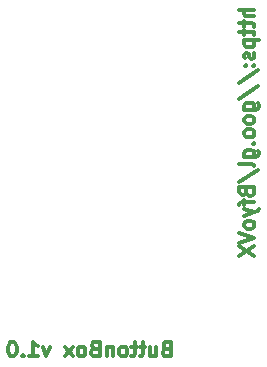
<source format=gbo>
G04 #@! TF.FileFunction,Legend,Bot*
%FSLAX46Y46*%
G04 Gerber Fmt 4.6, Leading zero omitted, Abs format (unit mm)*
G04 Created by KiCad (PCBNEW (2015-12-02 BZR 6341, Git dd06abf)-product) date 27/12/2015 22:57:57*
%MOMM*%
G01*
G04 APERTURE LIST*
%ADD10C,0.100000*%
%ADD11C,0.300000*%
G04 APERTURE END LIST*
D10*
D11*
X155505476Y-90607858D02*
X154255476Y-90607858D01*
X155505476Y-91143572D02*
X154850714Y-91143572D01*
X154731667Y-91084049D01*
X154672143Y-90965001D01*
X154672143Y-90786429D01*
X154731667Y-90667382D01*
X154791190Y-90607858D01*
X154672143Y-91560239D02*
X154672143Y-92036429D01*
X154255476Y-91738810D02*
X155326905Y-91738810D01*
X155445952Y-91798334D01*
X155505476Y-91917381D01*
X155505476Y-92036429D01*
X154672143Y-92274525D02*
X154672143Y-92750715D01*
X154255476Y-92453096D02*
X155326905Y-92453096D01*
X155445952Y-92512620D01*
X155505476Y-92631667D01*
X155505476Y-92750715D01*
X154672143Y-93167382D02*
X155922143Y-93167382D01*
X154731667Y-93167382D02*
X154672143Y-93286430D01*
X154672143Y-93524525D01*
X154731667Y-93643573D01*
X154791190Y-93703096D01*
X154910238Y-93762620D01*
X155267381Y-93762620D01*
X155386429Y-93703096D01*
X155445952Y-93643573D01*
X155505476Y-93524525D01*
X155505476Y-93286430D01*
X155445952Y-93167382D01*
X155445952Y-94238810D02*
X155505476Y-94357858D01*
X155505476Y-94595953D01*
X155445952Y-94715001D01*
X155326905Y-94774525D01*
X155267381Y-94774525D01*
X155148333Y-94715001D01*
X155088810Y-94595953D01*
X155088810Y-94417382D01*
X155029286Y-94298334D01*
X154910238Y-94238810D01*
X154850714Y-94238810D01*
X154731667Y-94298334D01*
X154672143Y-94417382D01*
X154672143Y-94595953D01*
X154731667Y-94715001D01*
X155386429Y-95310239D02*
X155445952Y-95369763D01*
X155505476Y-95310239D01*
X155445952Y-95250715D01*
X155386429Y-95310239D01*
X155505476Y-95310239D01*
X154731667Y-95310239D02*
X154791190Y-95369763D01*
X154850714Y-95310239D01*
X154791190Y-95250715D01*
X154731667Y-95310239D01*
X154850714Y-95310239D01*
X154195952Y-96798334D02*
X155803095Y-95726906D01*
X154195952Y-98107858D02*
X155803095Y-97036430D01*
X154672143Y-99060239D02*
X155684048Y-99060239D01*
X155803095Y-99000716D01*
X155862619Y-98941192D01*
X155922143Y-98822144D01*
X155922143Y-98643573D01*
X155862619Y-98524525D01*
X155445952Y-99060239D02*
X155505476Y-98941192D01*
X155505476Y-98703096D01*
X155445952Y-98584049D01*
X155386429Y-98524525D01*
X155267381Y-98465001D01*
X154910238Y-98465001D01*
X154791190Y-98524525D01*
X154731667Y-98584049D01*
X154672143Y-98703096D01*
X154672143Y-98941192D01*
X154731667Y-99060239D01*
X155505476Y-99834048D02*
X155445952Y-99715001D01*
X155386429Y-99655477D01*
X155267381Y-99595953D01*
X154910238Y-99595953D01*
X154791190Y-99655477D01*
X154731667Y-99715001D01*
X154672143Y-99834048D01*
X154672143Y-100012620D01*
X154731667Y-100131668D01*
X154791190Y-100191191D01*
X154910238Y-100250715D01*
X155267381Y-100250715D01*
X155386429Y-100191191D01*
X155445952Y-100131668D01*
X155505476Y-100012620D01*
X155505476Y-99834048D01*
X155505476Y-100965000D02*
X155445952Y-100845953D01*
X155386429Y-100786429D01*
X155267381Y-100726905D01*
X154910238Y-100726905D01*
X154791190Y-100786429D01*
X154731667Y-100845953D01*
X154672143Y-100965000D01*
X154672143Y-101143572D01*
X154731667Y-101262620D01*
X154791190Y-101322143D01*
X154910238Y-101381667D01*
X155267381Y-101381667D01*
X155386429Y-101322143D01*
X155445952Y-101262620D01*
X155505476Y-101143572D01*
X155505476Y-100965000D01*
X155386429Y-101917381D02*
X155445952Y-101976905D01*
X155505476Y-101917381D01*
X155445952Y-101857857D01*
X155386429Y-101917381D01*
X155505476Y-101917381D01*
X154672143Y-103048333D02*
X155684048Y-103048333D01*
X155803095Y-102988810D01*
X155862619Y-102929286D01*
X155922143Y-102810238D01*
X155922143Y-102631667D01*
X155862619Y-102512619D01*
X155445952Y-103048333D02*
X155505476Y-102929286D01*
X155505476Y-102691190D01*
X155445952Y-102572143D01*
X155386429Y-102512619D01*
X155267381Y-102453095D01*
X154910238Y-102453095D01*
X154791190Y-102512619D01*
X154731667Y-102572143D01*
X154672143Y-102691190D01*
X154672143Y-102929286D01*
X154731667Y-103048333D01*
X155505476Y-103822142D02*
X155445952Y-103703095D01*
X155326905Y-103643571D01*
X154255476Y-103643571D01*
X154195952Y-105191190D02*
X155803095Y-104119762D01*
X154850714Y-106024524D02*
X154910238Y-106203095D01*
X154969762Y-106262619D01*
X155088810Y-106322143D01*
X155267381Y-106322143D01*
X155386429Y-106262619D01*
X155445952Y-106203095D01*
X155505476Y-106084048D01*
X155505476Y-105607857D01*
X154255476Y-105607857D01*
X154255476Y-106024524D01*
X154315000Y-106143571D01*
X154374524Y-106203095D01*
X154493571Y-106262619D01*
X154612619Y-106262619D01*
X154731667Y-106203095D01*
X154791190Y-106143571D01*
X154850714Y-106024524D01*
X154850714Y-105607857D01*
X154672143Y-106679286D02*
X154672143Y-107155476D01*
X155505476Y-106857857D02*
X154434048Y-106857857D01*
X154315000Y-106917381D01*
X154255476Y-107036428D01*
X154255476Y-107155476D01*
X154672143Y-107453095D02*
X155505476Y-107750714D01*
X154672143Y-108048334D02*
X155505476Y-107750714D01*
X155803095Y-107631667D01*
X155862619Y-107572143D01*
X155922143Y-107453095D01*
X155505476Y-108703095D02*
X155445952Y-108584048D01*
X155386429Y-108524524D01*
X155267381Y-108465000D01*
X154910238Y-108465000D01*
X154791190Y-108524524D01*
X154731667Y-108584048D01*
X154672143Y-108703095D01*
X154672143Y-108881667D01*
X154731667Y-109000715D01*
X154791190Y-109060238D01*
X154910238Y-109119762D01*
X155267381Y-109119762D01*
X155386429Y-109060238D01*
X155445952Y-109000715D01*
X155505476Y-108881667D01*
X155505476Y-108703095D01*
X154255476Y-109476905D02*
X155505476Y-109893571D01*
X154255476Y-110310238D01*
X154255476Y-110607857D02*
X155505476Y-111441191D01*
X154255476Y-111441191D02*
X155505476Y-110607857D01*
X148063332Y-119290714D02*
X147884761Y-119350238D01*
X147825237Y-119409762D01*
X147765713Y-119528810D01*
X147765713Y-119707381D01*
X147825237Y-119826429D01*
X147884761Y-119885952D01*
X148003808Y-119945476D01*
X148479999Y-119945476D01*
X148479999Y-118695476D01*
X148063332Y-118695476D01*
X147944285Y-118755000D01*
X147884761Y-118814524D01*
X147825237Y-118933571D01*
X147825237Y-119052619D01*
X147884761Y-119171667D01*
X147944285Y-119231190D01*
X148063332Y-119290714D01*
X148479999Y-119290714D01*
X146694285Y-119112143D02*
X146694285Y-119945476D01*
X147229999Y-119112143D02*
X147229999Y-119766905D01*
X147170475Y-119885952D01*
X147051428Y-119945476D01*
X146872856Y-119945476D01*
X146753808Y-119885952D01*
X146694285Y-119826429D01*
X146277618Y-119112143D02*
X145801428Y-119112143D01*
X146099047Y-118695476D02*
X146099047Y-119766905D01*
X146039523Y-119885952D01*
X145920476Y-119945476D01*
X145801428Y-119945476D01*
X145563332Y-119112143D02*
X145087142Y-119112143D01*
X145384761Y-118695476D02*
X145384761Y-119766905D01*
X145325237Y-119885952D01*
X145206190Y-119945476D01*
X145087142Y-119945476D01*
X144491904Y-119945476D02*
X144610951Y-119885952D01*
X144670475Y-119826429D01*
X144729999Y-119707381D01*
X144729999Y-119350238D01*
X144670475Y-119231190D01*
X144610951Y-119171667D01*
X144491904Y-119112143D01*
X144313332Y-119112143D01*
X144194284Y-119171667D01*
X144134761Y-119231190D01*
X144075237Y-119350238D01*
X144075237Y-119707381D01*
X144134761Y-119826429D01*
X144194284Y-119885952D01*
X144313332Y-119945476D01*
X144491904Y-119945476D01*
X143539523Y-119112143D02*
X143539523Y-119945476D01*
X143539523Y-119231190D02*
X143479999Y-119171667D01*
X143360952Y-119112143D01*
X143182380Y-119112143D01*
X143063332Y-119171667D01*
X143003809Y-119290714D01*
X143003809Y-119945476D01*
X141991904Y-119290714D02*
X141813333Y-119350238D01*
X141753809Y-119409762D01*
X141694285Y-119528810D01*
X141694285Y-119707381D01*
X141753809Y-119826429D01*
X141813333Y-119885952D01*
X141932380Y-119945476D01*
X142408571Y-119945476D01*
X142408571Y-118695476D01*
X141991904Y-118695476D01*
X141872857Y-118755000D01*
X141813333Y-118814524D01*
X141753809Y-118933571D01*
X141753809Y-119052619D01*
X141813333Y-119171667D01*
X141872857Y-119231190D01*
X141991904Y-119290714D01*
X142408571Y-119290714D01*
X140980000Y-119945476D02*
X141099047Y-119885952D01*
X141158571Y-119826429D01*
X141218095Y-119707381D01*
X141218095Y-119350238D01*
X141158571Y-119231190D01*
X141099047Y-119171667D01*
X140980000Y-119112143D01*
X140801428Y-119112143D01*
X140682380Y-119171667D01*
X140622857Y-119231190D01*
X140563333Y-119350238D01*
X140563333Y-119707381D01*
X140622857Y-119826429D01*
X140682380Y-119885952D01*
X140801428Y-119945476D01*
X140980000Y-119945476D01*
X140146667Y-119945476D02*
X139491905Y-119112143D01*
X140146667Y-119112143D02*
X139491905Y-119945476D01*
X138182381Y-119112143D02*
X137884762Y-119945476D01*
X137587142Y-119112143D01*
X136456190Y-119945476D02*
X137170476Y-119945476D01*
X136813333Y-119945476D02*
X136813333Y-118695476D01*
X136932381Y-118874048D01*
X137051428Y-118993095D01*
X137170476Y-119052619D01*
X135920476Y-119826429D02*
X135860952Y-119885952D01*
X135920476Y-119945476D01*
X135980000Y-119885952D01*
X135920476Y-119826429D01*
X135920476Y-119945476D01*
X135087143Y-118695476D02*
X134968095Y-118695476D01*
X134849047Y-118755000D01*
X134789524Y-118814524D01*
X134730000Y-118933571D01*
X134670476Y-119171667D01*
X134670476Y-119469286D01*
X134730000Y-119707381D01*
X134789524Y-119826429D01*
X134849047Y-119885952D01*
X134968095Y-119945476D01*
X135087143Y-119945476D01*
X135206190Y-119885952D01*
X135265714Y-119826429D01*
X135325238Y-119707381D01*
X135384762Y-119469286D01*
X135384762Y-119171667D01*
X135325238Y-118933571D01*
X135265714Y-118814524D01*
X135206190Y-118755000D01*
X135087143Y-118695476D01*
M02*

</source>
